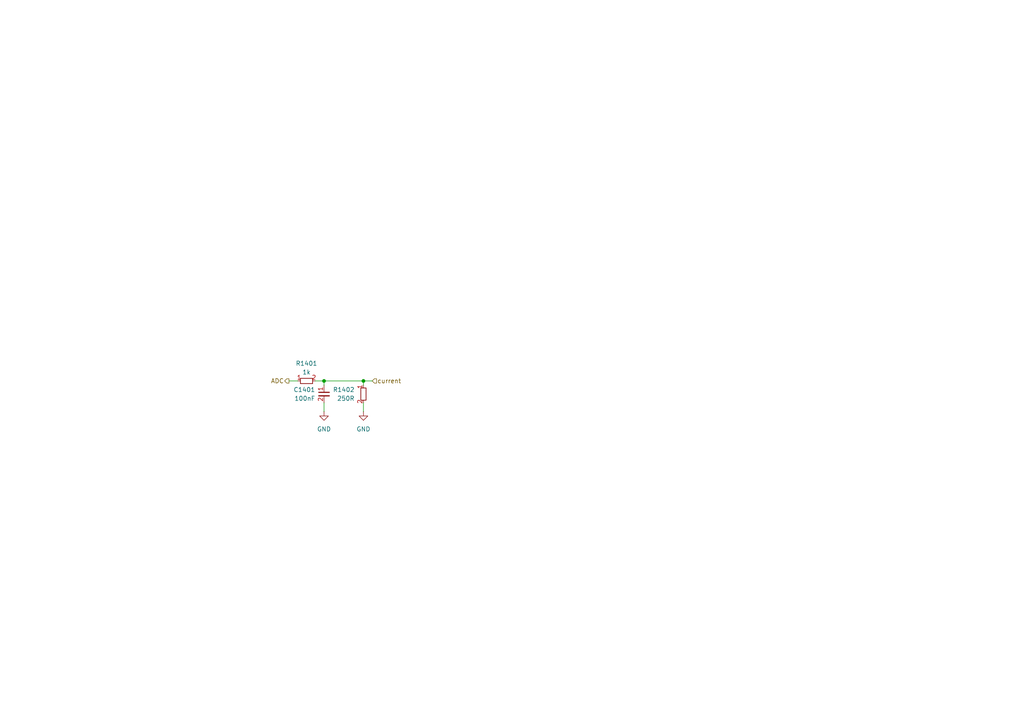
<source format=kicad_sch>
(kicad_sch (version 20231120) (generator "eeschema") (generator_version "8.0")
  (paper "A4")
  (lib_symbols
    (symbol "capacitor_miscellaneous:C_0402_100nF"
      (property "Reference" "C" (at 1.27 2.54 0))
      (property "Value" "100nF" (at 3.81 -2.54 0))
      (symbol "C_0402_100nF_0_1"
        (polyline (pts (xy -1.524 -0.508) (xy 1.524 -0.508)) (stroke (width 0.3302)))
        (polyline (pts (xy -1.524 0.508) (xy 1.524 0.508)) (stroke (width 0.3048)))
      )
      (symbol "C_0402_100nF_1_1"
        (pin passive line (at 0 2.54 270) (length 2.032) (name "~") (number "1"))
        (pin passive line (at 0 -2.54 90) (length 2.032) (name "~") (number "2"))
      )
    )
    (symbol "power:GND" (power) (pin_numbers hide) (pin_names (offset 0) hide)
      (property "Value" "GND" (at 0 -3.81 0))
      (symbol "GND_0_1"
        (polyline (pts (xy 0 0) (xy 0 -1.27) (xy 1.27 -1.27) (xy 0 -2.54) (xy -1.27 -1.27) (xy 0 -1.27)))
      )
      (symbol "GND_1_1"
        (pin power_in line (at 0 0 270) (length 0) (name "~") (number "1"))
      )
    )
    (symbol "resistors_0603:R_1k_0603"
      (property "Reference" "R" (at 1.27 2.54 0))
      (property "Value" "1k" (at 2.54 -2.54 0))
      (symbol "R_1k_0603_0_1"
        (rectangle (start -0.762 1.778) (end 0.762 -1.778) (stroke (width 0.2032)))
      )
      (symbol "R_1k_0603_1_1"
        (pin passive line (at 0 2.54 270) (length 0.762) (name "~") (number "1"))
        (pin passive line (at 0 -2.54 90) (length 0.762) (name "~") (number "2"))
      )
    )
    (symbol "resistors_0805:R_22R_0805"
      (property "Reference" "R" (at 1.27 2.54 0))
      (property "Value" "22R" (at 2.54 -2.54 0))
      (symbol "R_22R_0805_0_1"
        (rectangle (start -0.762 1.778) (end 0.762 -1.778) (stroke (width 0.2032)))
      )
      (symbol "R_22R_0805_1_1"
        (pin passive line (at 0 2.54 270) (length 0.762) (name "~") (number "1"))
        (pin passive line (at 0 -2.54 90) (length 0.762) (name "~") (number "2"))
      )
    )
  )
  (junction (at 93.98 110.49))
  (junction (at 105.41 110.49))
  (wire (pts (xy 105.41 111.76) (xy 105.41 110.49)))
  (wire (pts (xy 105.41 116.84) (xy 105.41 119.38)))
  (wire (pts (xy 93.98 110.49) (xy 91.44 110.49)))
  (wire (pts (xy 107.95 110.49) (xy 105.41 110.49)))
  (wire (pts (xy 93.98 110.49) (xy 93.98 111.76)))
  (wire (pts (xy 86.36 110.49) (xy 83.82 110.49)))
  (wire (pts (xy 105.41 110.49) (xy 93.98 110.49)))
  (wire (pts (xy 93.98 116.84) (xy 93.98 119.38)))
  (hierarchical_label "current" (shape input) (at 107.95 110.49 0))
  (hierarchical_label "ADC" (shape output) (at 83.82 110.49 180))
  (symbol (lib_id "power:GND") (at 105.41 119.38 0) (mirror y) (unit 1)
    (property "Reference" "#PWR0721" (effects (hide yes)))
    (property "Value" "GND" (at 105.41 124.46 0))
    (property "Description" "Power symbol creates a global label with name \"GND\" , ground" (effects (hide yes)))
    (instances (project "OS-CommandCenter" (path "" (reference "#PWR0721") (unit 1)) (path "" (reference "#PWR0714") (unit 1)) (path "" (reference "#PWR0709") (unit 1)) (path "" (reference "#PWR0101") (unit 1)) (path "" (reference "#PWR0711") (unit 1)) (path "" (reference "#PWR0719") (unit 1))))
  )
  (symbol (lib_id "capacitor_miscellaneous:C_0402_100nF") (at 93.98 114.3 0) (mirror y) (unit 1)
    (property "Reference" "C1401" (at 91.44 113.0362 0) (effects (justify left)))
    (property "Value" "100nF" (at 91.44 115.5762 0) (effects (justify left)))
    (property "Footprint" "Capacitor_SMD:C_0402_1005Metric" (effects (hide yes)))
    (property "JLCPCB Part#" "C307331" (effects (hide yes)))
    (instances (project "OS-CommandCenter" (path "" (reference "C1401") (unit 1)) (path "" (reference "C1001") (unit 1)) (path "" (reference "C707") (unit 1)) (path "" (reference "C1201") (unit 1)) (path "" (reference "C604") (unit 1)) (path "" (reference "C1301") (unit 1))))
  )
  (symbol (lib_id "power:GND") (at 93.98 119.38 0) (mirror y) (unit 1)
    (property "Reference" "#PWR0720" (effects (hide yes)))
    (property "Value" "GND" (at 93.98 124.46 0))
    (property "Description" "Power symbol creates a global label with name \"GND\" , ground" (effects (hide yes)))
    (instances (project "OS-CommandCenter" (path "" (reference "#PWR0720") (unit 1)) (path "" (reference "#PWR0710") (unit 1)) (path "" (reference "#PWR0713") (unit 1)) (path "" (reference "#PWR0715") (unit 1)) (path "" (reference "#PWR0712") (unit 1)) (path "" (reference "#PWR0716") (unit 1))))
  )
  (symbol (lib_id "resistors_0603:R_1k_0603") (at 88.9 110.49 90) (mirror x) (unit 1)
    (property "Reference" "R1401" (at 88.9 105.41 90))
    (property "Value" "1k" (at 88.9 107.95 90))
    (property "Footprint" "custom_kicad_lib_sk:R_0603_smalltext" (effects (hide yes)))
    (property "JLCPCB Part#" "C21190" (effects (hide yes)))
    (instances (project "OS-CommandCenter" (path "" (reference "R1401") (unit 1)) (path "" (reference "R1001") (unit 1)) (path "" (reference "R703") (unit 1)) (path "" (reference "R1201") (unit 1)) (path "" (reference "R601") (unit 1)) (path "" (reference "R1301") (unit 1))))
  )
  (symbol (lib_id "resistors_0805:R_22R_0805") (at 105.41 114.3 0) (mirror y) (unit 1)
    (property "Reference" "R1402" (at 102.87 113.0299 0) (effects (justify left)))
    (property "Value" "250R" (at 102.87 115.5699 0) (effects (justify left)))
    (property "Footprint" "custom_kicad_lib_sk:R_0805_handsolder-smalltext" (effects (hide yes)))
    (property "JLCPCB Part#" "C2828847" (effects (hide yes)))
    (instances (project "OS-CommandCenter" (path "" (reference "R1402") (unit 1)) (path "" (reference "R1002") (unit 1)) (path "" (reference "R704") (unit 1)) (path "" (reference "R1202") (unit 1)) (path "" (reference "R602") (unit 1)) (path "" (reference "R1302") (unit 1))))
  )
)
</source>
